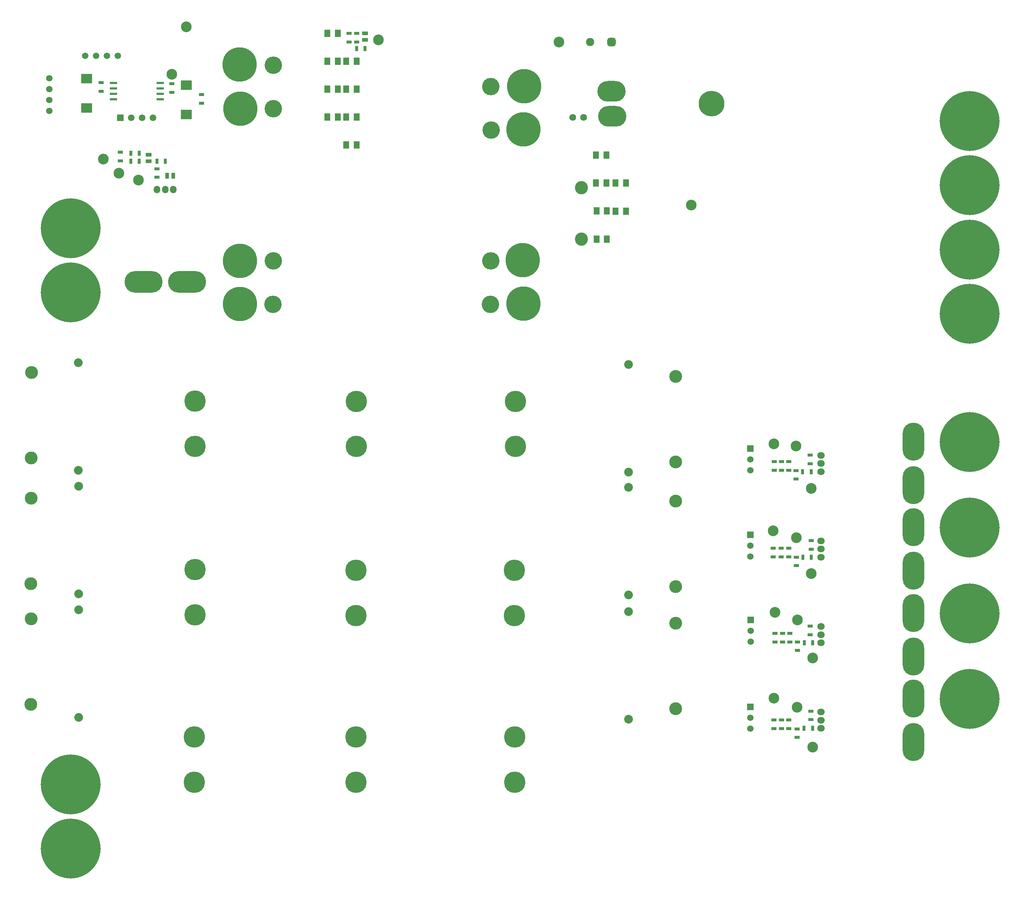
<source format=gbr>
%TF.GenerationSoftware,Altium Limited,Altium Designer,24.7.2 (38)*%
G04 Layer_Color=255*
%FSLAX43Y43*%
%MOMM*%
%TF.SameCoordinates,3DDE4B3C-03A5-4BC3-9972-2EF5A5DF1AA7*%
%TF.FilePolarity,Positive*%
%TF.FileFunction,Pads,Bot*%
%TF.Part,Single*%
G01*
G75*
%TA.AperFunction,SMDPad,CuDef*%
%ADD15R,1.250X0.800*%
%TA.AperFunction,ComponentPad*%
%ADD37C,5.000*%
%ADD38C,1.500*%
%ADD39R,1.500X1.500*%
%ADD40C,2.500*%
%ADD41O,1.778X1.524*%
%ADD42O,5.080X8.890*%
%ADD43C,14.000*%
%ADD44C,3.000*%
%ADD45C,8.000*%
%ADD46C,4.064*%
%ADD47C,2.032*%
%ADD48O,8.890X5.080*%
%ADD49O,1.524X1.778*%
%ADD50C,6.000*%
%ADD51O,6.600X4.826*%
%ADD52O,3.000X3.100*%
%ADD53C,1.600*%
%ADD54R,1.550X1.550*%
%ADD55C,1.550*%
%ADD56C,1.950*%
G04:AMPARAMS|DCode=57|XSize=1.95mm|YSize=1.95mm|CornerRadius=0.488mm|HoleSize=0mm|Usage=FLASHONLY|Rotation=180.000|XOffset=0mm|YOffset=0mm|HoleType=Round|Shape=RoundedRectangle|*
%AMROUNDEDRECTD57*
21,1,1.950,0.975,0,0,180.0*
21,1,0.975,1.950,0,0,180.0*
1,1,0.975,-0.488,0.488*
1,1,0.975,0.488,0.488*
1,1,0.975,0.488,-0.488*
1,1,0.975,-0.488,-0.488*
%
%ADD57ROUNDEDRECTD57*%
%TA.AperFunction,SMDPad,CuDef*%
%ADD62R,0.800X1.250*%
%ADD63R,1.800X0.600*%
%ADD64R,1.450X1.800*%
%ADD65R,2.500X2.200*%
%ADD66R,1.350X0.950*%
%ADD67R,0.950X1.350*%
D15*
X187900Y52143D02*
D03*
Y50143D02*
D03*
X182750Y50075D02*
D03*
Y48075D02*
D03*
X179275D02*
D03*
Y50075D02*
D03*
X184729Y68288D02*
D03*
Y66288D02*
D03*
X187750Y71965D02*
D03*
Y69965D02*
D03*
X181275Y68300D02*
D03*
Y70300D02*
D03*
X182975D02*
D03*
Y68300D02*
D03*
X182752Y90200D02*
D03*
Y88200D02*
D03*
X187700Y111925D02*
D03*
Y109925D02*
D03*
X184678Y47977D02*
D03*
Y45977D02*
D03*
X179100Y88200D02*
D03*
Y90200D02*
D03*
X188000Y91965D02*
D03*
Y89965D02*
D03*
X184475Y88125D02*
D03*
Y86125D02*
D03*
X180975Y90200D02*
D03*
Y88200D02*
D03*
X181025Y50075D02*
D03*
Y48075D02*
D03*
X179500Y70300D02*
D03*
Y68300D02*
D03*
X179325Y108401D02*
D03*
Y110401D02*
D03*
X181008Y110401D02*
D03*
Y108401D02*
D03*
X182725Y110401D02*
D03*
Y108401D02*
D03*
X184426Y108333D02*
D03*
Y106333D02*
D03*
X80000Y210525D02*
D03*
Y208525D02*
D03*
X81775Y208525D02*
D03*
Y210525D02*
D03*
X22099Y198985D02*
D03*
Y196985D02*
D03*
X45550Y194175D02*
D03*
Y196175D02*
D03*
X38625Y198746D02*
D03*
Y196746D02*
D03*
X35175Y178875D02*
D03*
Y176875D02*
D03*
X26560Y182728D02*
D03*
Y180728D02*
D03*
D37*
X44000Y124575D02*
D03*
Y114034D02*
D03*
X81710Y124514D02*
D03*
Y113973D02*
D03*
X118870Y124514D02*
D03*
X81590Y85034D02*
D03*
Y74493D02*
D03*
Y46091D02*
D03*
Y35550D02*
D03*
X118870Y113973D02*
D03*
X118600Y74493D02*
D03*
Y85034D02*
D03*
X118710Y35550D02*
D03*
Y46091D02*
D03*
X43850Y35525D02*
D03*
Y46066D02*
D03*
X44000Y74632D02*
D03*
Y85173D02*
D03*
D38*
X173700Y48025D02*
D03*
Y50565D02*
D03*
Y88250D02*
D03*
Y90790D02*
D03*
Y108401D02*
D03*
Y110941D02*
D03*
X173800Y68360D02*
D03*
Y70900D02*
D03*
X26015Y205300D02*
D03*
X23475D02*
D03*
X20935D02*
D03*
X18395D02*
D03*
X10000Y200000D02*
D03*
Y197460D02*
D03*
Y194920D02*
D03*
Y192380D02*
D03*
D39*
X173700Y53105D02*
D03*
Y93330D02*
D03*
Y113481D02*
D03*
X173800Y73440D02*
D03*
D40*
X179275Y55175D02*
D03*
X188275Y43725D02*
D03*
X184678Y53023D02*
D03*
X184729Y73475D02*
D03*
X179500Y75250D02*
D03*
X188325Y64555D02*
D03*
X188000Y84300D02*
D03*
X184425Y114050D02*
D03*
X187938Y104200D02*
D03*
X179275Y114625D02*
D03*
X179100Y94250D02*
D03*
X184450Y92675D02*
D03*
X159950Y170400D02*
D03*
X129050Y208500D02*
D03*
X38600Y200975D02*
D03*
X41975Y212025D02*
D03*
X86875Y209025D02*
D03*
X26250Y177825D02*
D03*
X30834Y176251D02*
D03*
X22622Y181128D02*
D03*
D41*
X190221Y48095D02*
D03*
Y50000D02*
D03*
Y51905D02*
D03*
Y68095D02*
D03*
Y70000D02*
D03*
Y71905D02*
D03*
Y88095D02*
D03*
Y90000D02*
D03*
Y91905D02*
D03*
Y108095D02*
D03*
Y110000D02*
D03*
Y111905D02*
D03*
D42*
X211811Y44920D02*
D03*
Y55080D02*
D03*
Y64920D02*
D03*
Y75080D02*
D03*
Y84920D02*
D03*
Y95080D02*
D03*
Y104920D02*
D03*
Y115080D02*
D03*
D43*
X225000Y175000D02*
D03*
Y95000D02*
D03*
Y75000D02*
D03*
Y115000D02*
D03*
Y55000D02*
D03*
Y160000D02*
D03*
Y190000D02*
D03*
Y145000D02*
D03*
X15000Y150000D02*
D03*
Y165000D02*
D03*
Y35000D02*
D03*
Y20000D02*
D03*
D44*
X156280Y52675D02*
D03*
X156330Y72650D02*
D03*
X156280Y110395D02*
D03*
X156330Y130370D02*
D03*
Y101190D02*
D03*
X156280Y81215D02*
D03*
X5815Y131230D02*
D03*
X5765Y111255D02*
D03*
X5725Y73700D02*
D03*
X5675Y53725D02*
D03*
X5765Y101880D02*
D03*
X5715Y81905D02*
D03*
D45*
X120872Y198132D02*
D03*
X120770Y188048D02*
D03*
X120592Y157543D02*
D03*
X120745Y147332D02*
D03*
X54451Y203212D02*
D03*
X54578Y192900D02*
D03*
X54527Y157314D02*
D03*
Y147231D02*
D03*
D46*
X113074Y147205D02*
D03*
X113125Y157365D02*
D03*
X113175Y187921D02*
D03*
X113125Y198081D02*
D03*
X62299Y203034D02*
D03*
X62350Y192900D02*
D03*
X62325Y157340D02*
D03*
X62274Y147154D02*
D03*
D47*
X145305Y133153D02*
D03*
Y108007D02*
D03*
Y75400D02*
D03*
Y50254D02*
D03*
Y104403D02*
D03*
Y79257D02*
D03*
X16790Y133586D02*
D03*
Y108440D02*
D03*
X16820Y75820D02*
D03*
Y50674D02*
D03*
Y104683D02*
D03*
Y79537D02*
D03*
D48*
X42160Y152419D02*
D03*
X32000D02*
D03*
D49*
X38985Y174009D02*
D03*
X37080D02*
D03*
X35175D02*
D03*
D50*
X164700Y194075D02*
D03*
D51*
X141332Y196996D02*
D03*
X141459Y191154D02*
D03*
D52*
X134275Y174450D02*
D03*
Y162450D02*
D03*
D53*
X132280Y190900D02*
D03*
X134820D02*
D03*
D54*
X26560Y190826D02*
D03*
D55*
X29100D02*
D03*
X31640D02*
D03*
X34180D02*
D03*
D56*
X136300Y208500D02*
D03*
D57*
X141300D02*
D03*
D62*
X186300Y48095D02*
D03*
X188300D02*
D03*
X186325Y68095D02*
D03*
X188325D02*
D03*
X186000Y88095D02*
D03*
X188000D02*
D03*
X185938Y108095D02*
D03*
X187938D02*
D03*
X81775Y206975D02*
D03*
X83775D02*
D03*
X29010Y182490D02*
D03*
X31010D02*
D03*
X37120Y180650D02*
D03*
X35120D02*
D03*
X31010Y180640D02*
D03*
X29010D02*
D03*
D63*
X35900Y198955D02*
D03*
Y197685D02*
D03*
Y196415D02*
D03*
Y195145D02*
D03*
X25000D02*
D03*
Y196415D02*
D03*
Y197685D02*
D03*
Y198955D02*
D03*
D64*
X140250Y169000D02*
D03*
Y162450D02*
D03*
X137800Y169000D02*
D03*
Y162450D02*
D03*
X81775Y204000D02*
D03*
Y197450D02*
D03*
X79325Y204000D02*
D03*
Y197450D02*
D03*
X81775Y190964D02*
D03*
Y184414D02*
D03*
X79325Y190964D02*
D03*
Y184414D02*
D03*
X77346Y197514D02*
D03*
Y190964D02*
D03*
X74896Y197514D02*
D03*
Y190964D02*
D03*
X77400Y210525D02*
D03*
Y203975D02*
D03*
X74950Y210525D02*
D03*
Y203975D02*
D03*
X137666Y175517D02*
D03*
Y182067D02*
D03*
X140116Y175517D02*
D03*
Y182067D02*
D03*
X142275Y168975D02*
D03*
Y175525D02*
D03*
X144725Y168975D02*
D03*
Y175525D02*
D03*
D65*
X41975Y198450D02*
D03*
Y191550D02*
D03*
X18750Y199950D02*
D03*
Y193050D02*
D03*
D66*
X83775Y210525D02*
D03*
Y209025D02*
D03*
X33190Y182140D02*
D03*
Y180640D02*
D03*
D67*
X38973Y177200D02*
D03*
X37473D02*
D03*
%TF.MD5,d40144b61d7137932a55547be4eaf3cf*%
M02*

</source>
